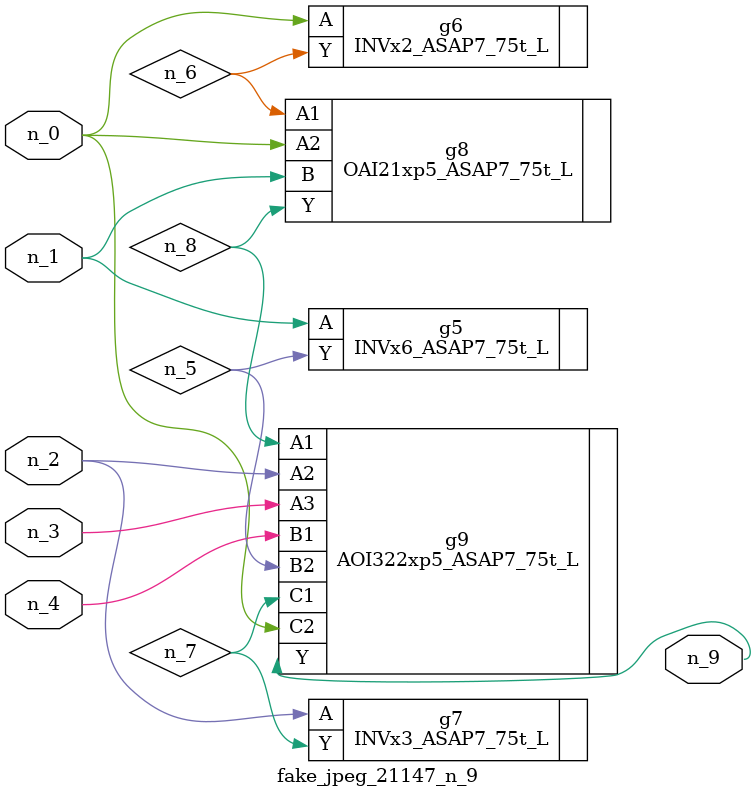
<source format=v>
module fake_jpeg_21147_n_9 (n_3, n_2, n_1, n_0, n_4, n_9);

input n_3;
input n_2;
input n_1;
input n_0;
input n_4;

output n_9;

wire n_8;
wire n_6;
wire n_5;
wire n_7;

INVx6_ASAP7_75t_L g5 ( 
.A(n_1),
.Y(n_5)
);

INVx2_ASAP7_75t_L g6 ( 
.A(n_0),
.Y(n_6)
);

INVx3_ASAP7_75t_L g7 ( 
.A(n_2),
.Y(n_7)
);

OAI21xp5_ASAP7_75t_L g8 ( 
.A1(n_6),
.A2(n_0),
.B(n_1),
.Y(n_8)
);

AOI322xp5_ASAP7_75t_L g9 ( 
.A1(n_8),
.A2(n_2),
.A3(n_3),
.B1(n_4),
.B2(n_5),
.C1(n_7),
.C2(n_0),
.Y(n_9)
);


endmodule
</source>
